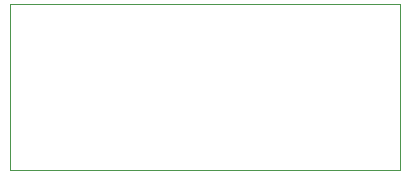
<source format=gbr>
%TF.GenerationSoftware,KiCad,Pcbnew,9.0.2*%
%TF.CreationDate,2025-06-15T19:52:29-07:00*%
%TF.ProjectId,NICE_VIEW,4e494345-5f56-4494-9557-2e6b69636164,4*%
%TF.SameCoordinates,Original*%
%TF.FileFunction,Profile,NP*%
%FSLAX46Y46*%
G04 Gerber Fmt 4.6, Leading zero omitted, Abs format (unit mm)*
G04 Created by KiCad (PCBNEW 9.0.2) date 2025-06-15 19:52:29*
%MOMM*%
%LPD*%
G01*
G04 APERTURE LIST*
%TA.AperFunction,Profile*%
%ADD10C,0.050000*%
%TD*%
G04 APERTURE END LIST*
D10*
X105380000Y-92440000D02*
X138380000Y-92440000D01*
X138380000Y-106440000D01*
X105380000Y-106440000D01*
X105380000Y-92440000D01*
M02*

</source>
